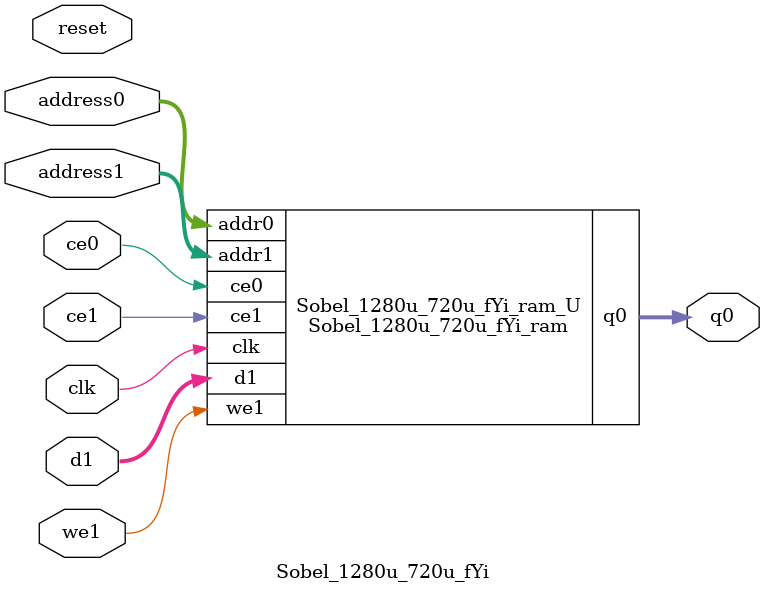
<source format=v>

`timescale 1 ns / 1 ps
module Sobel_1280u_720u_fYi_ram (addr0, ce0, q0, addr1, ce1, d1, we1,  clk);

parameter DWIDTH = 24;
parameter AWIDTH = 11;
parameter MEM_SIZE = 1280;

input[AWIDTH-1:0] addr0;
input ce0;
output reg[DWIDTH-1:0] q0;
input[AWIDTH-1:0] addr1;
input ce1;
input[DWIDTH-1:0] d1;
input we1;
input clk;

(* ram_style = "block" *)reg [DWIDTH-1:0] ram[0:MEM_SIZE-1];




always @(posedge clk)  
begin 
    if (ce0) 
    begin
            q0 <= ram[addr0];
    end
end


always @(posedge clk)  
begin 
    if (ce1) 
    begin
        if (we1) 
        begin 
            ram[addr1] <= d1; 
        end 
    end
end


endmodule


`timescale 1 ns / 1 ps
module Sobel_1280u_720u_fYi(
    reset,
    clk,
    address0,
    ce0,
    q0,
    address1,
    ce1,
    we1,
    d1);

parameter DataWidth = 32'd24;
parameter AddressRange = 32'd1280;
parameter AddressWidth = 32'd11;
input reset;
input clk;
input[AddressWidth - 1:0] address0;
input ce0;
output[DataWidth - 1:0] q0;
input[AddressWidth - 1:0] address1;
input ce1;
input we1;
input[DataWidth - 1:0] d1;



Sobel_1280u_720u_fYi_ram Sobel_1280u_720u_fYi_ram_U(
    .clk( clk ),
    .addr0( address0 ),
    .ce0( ce0 ),
    .q0( q0 ),
    .addr1( address1 ),
    .ce1( ce1 ),
    .d1( d1 ),
    .we1( we1 ));

endmodule


</source>
